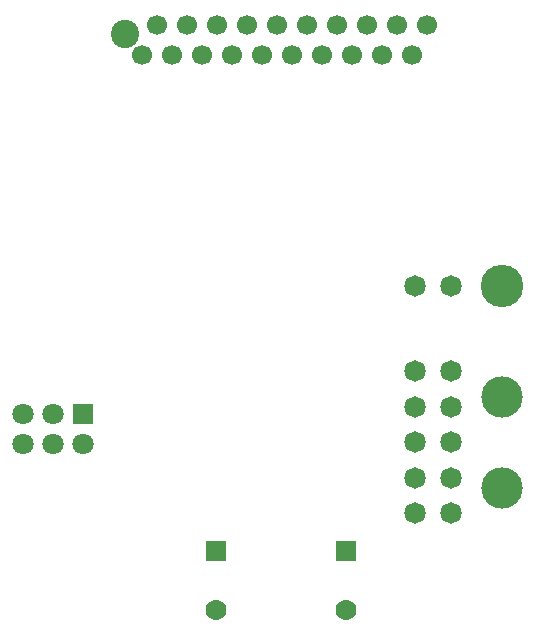
<source format=gbs>
G04 #@! TF.GenerationSoftware,KiCad,Pcbnew,5.0.0-fee4fd1~66~ubuntu16.04.1*
G04 #@! TF.CreationDate,2019-04-14T05:53:46-04:00*
G04 #@! TF.ProjectId,AIR_Control_Board,4149525F436F6E74726F6C5F426F6172,rev?*
G04 #@! TF.SameCoordinates,Original*
G04 #@! TF.FileFunction,Soldermask,Bot*
G04 #@! TF.FilePolarity,Negative*
%FSLAX46Y46*%
G04 Gerber Fmt 4.6, Leading zero omitted, Abs format (unit mm)*
G04 Created by KiCad (PCBNEW 5.0.0-fee4fd1~66~ubuntu16.04.1) date Sun Apr 14 05:53:46 2019*
%MOMM*%
%LPD*%
G01*
G04 APERTURE LIST*
%ADD10C,1.771600*%
%ADD11R,1.771600X1.771600*%
%ADD12C,1.800000*%
%ADD13R,1.800000X1.800000*%
%ADD14C,3.500000*%
%ADD15C,1.820000*%
%ADD16C,3.600000*%
%ADD17C,1.700000*%
%ADD18C,2.400000*%
G04 APERTURE END LIST*
D10*
G04 #@! TO.C,C1*
X170688000Y-134366000D03*
D11*
X170688000Y-129362200D03*
G04 #@! TD*
D10*
G04 #@! TO.C,C2*
X159689800Y-134315200D03*
D11*
X159689800Y-129311400D03*
G04 #@! TD*
D12*
G04 #@! TO.C,J4*
X143408400Y-120243600D03*
X143408400Y-117703600D03*
X145948400Y-120243600D03*
X145948400Y-117703600D03*
X148488400Y-120243600D03*
D13*
X148488400Y-117703600D03*
G04 #@! TD*
D14*
G04 #@! TO.C,J1*
X183896000Y-116292000D03*
D15*
X179576000Y-114132000D03*
X179576000Y-117132000D03*
D14*
X183896000Y-123992000D03*
D15*
X179576000Y-120132000D03*
X179576000Y-123152000D03*
X179576000Y-126152000D03*
X176576000Y-114132000D03*
X176576000Y-117132000D03*
X176576000Y-120132000D03*
X176576000Y-123152000D03*
X176576000Y-126152000D03*
G04 #@! TD*
G04 #@! TO.C,J3*
X176576000Y-106934000D03*
X179576000Y-106934000D03*
D16*
X183896000Y-106934000D03*
G04 #@! TD*
D17*
G04 #@! TO.C,J2*
X158496000Y-87376000D03*
X155956000Y-87376000D03*
X153416000Y-87376000D03*
X161036000Y-87376000D03*
X154686000Y-84836000D03*
X157226000Y-84836000D03*
X159766000Y-84836000D03*
X162306000Y-84836000D03*
X163576000Y-87376000D03*
X164846000Y-84836000D03*
X166116000Y-87376000D03*
X167386000Y-84836000D03*
X168656000Y-87376000D03*
X169926000Y-84836000D03*
X171196000Y-87376000D03*
X172466000Y-84836000D03*
X173736000Y-87376000D03*
X175006000Y-84836000D03*
X176276000Y-87376000D03*
X177546000Y-84836000D03*
D18*
X152016000Y-85576000D03*
G04 #@! TD*
M02*

</source>
